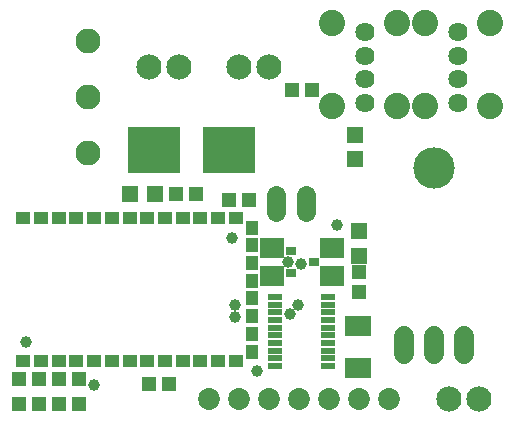
<source format=gts>
G75*
G70*
%OFA0B0*%
%FSLAX24Y24*%
%IPPOS*%
%LPD*%
%AMOC8*
5,1,8,0,0,1.08239X$1,22.5*
%
%ADD10C,0.0840*%
%ADD11C,0.0730*%
%ADD12C,0.0680*%
%ADD13C,0.1380*%
%ADD14R,0.0552X0.0552*%
%ADD15R,0.0513X0.0474*%
%ADD16R,0.0474X0.0513*%
%ADD17R,0.0434X0.0474*%
%ADD18R,0.0474X0.0434*%
%ADD19C,0.0640*%
%ADD20R,0.0474X0.0198*%
%ADD21C,0.0875*%
%ADD22C,0.0640*%
%ADD23R,0.0356X0.0316*%
%ADD24R,0.0789X0.0690*%
%ADD25R,0.1749X0.1580*%
%ADD26R,0.0907X0.0671*%
%ADD27C,0.0830*%
%ADD28C,0.0390*%
D10*
X017970Y005075D03*
X018970Y005075D03*
X011970Y016155D03*
X010970Y016155D03*
X008970Y016155D03*
X007970Y016155D03*
D11*
X009970Y005075D03*
X010970Y005075D03*
X011970Y005075D03*
X012970Y005075D03*
X013970Y005075D03*
X014970Y005075D03*
X015970Y005075D03*
D12*
X016450Y006585D02*
X016450Y007185D01*
X017450Y007185D02*
X017450Y006585D01*
X018450Y006585D02*
X018450Y007185D01*
D13*
X017450Y012785D03*
D14*
X014820Y013072D03*
X014820Y013898D03*
X014960Y010688D03*
X014960Y009862D03*
X008163Y011925D03*
X007337Y011925D03*
D15*
X014960Y009330D03*
X014960Y008660D03*
D16*
X003635Y004935D03*
X004305Y004935D03*
X004955Y004935D03*
X005625Y004935D03*
X005625Y005745D03*
X004955Y005745D03*
X004305Y005745D03*
X003635Y005745D03*
X007945Y005585D03*
X008615Y005585D03*
X010625Y011735D03*
X011295Y011735D03*
X009525Y011925D03*
X008855Y011925D03*
X012715Y015395D03*
X013385Y015395D03*
D17*
X011378Y010800D03*
X011378Y010209D03*
X011378Y009619D03*
X011378Y009028D03*
X011378Y008438D03*
X011378Y007847D03*
X011378Y007256D03*
X011378Y006666D03*
D18*
X010851Y006343D03*
X010260Y006343D03*
X009669Y006343D03*
X009079Y006343D03*
X008488Y006343D03*
X007898Y006343D03*
X007307Y006343D03*
X006717Y006343D03*
X006126Y006343D03*
X005536Y006343D03*
X004945Y006343D03*
X004354Y006343D03*
X003764Y006343D03*
X003764Y011107D03*
X004354Y011107D03*
X004945Y011107D03*
X005536Y011107D03*
X006126Y011107D03*
X006717Y011107D03*
X007307Y011107D03*
X007898Y011107D03*
X008488Y011107D03*
X009079Y011107D03*
X009669Y011107D03*
X010260Y011107D03*
X010851Y011107D03*
D19*
X012180Y011325D02*
X012180Y011885D01*
X013180Y011885D02*
X013180Y011325D01*
D20*
X013922Y008485D03*
X013922Y008229D03*
X013922Y007973D03*
X013922Y007717D03*
X013922Y007461D03*
X013922Y007205D03*
X013922Y006950D03*
X013922Y006694D03*
X013922Y006438D03*
X013922Y006182D03*
X012170Y006182D03*
X012170Y006438D03*
X012170Y006694D03*
X012170Y006950D03*
X012170Y007205D03*
X012170Y007461D03*
X012170Y007717D03*
X012170Y007973D03*
X012170Y008229D03*
X012170Y008485D03*
D21*
X014070Y014855D03*
X016210Y014855D03*
X017170Y014855D03*
X019310Y014855D03*
X019310Y017615D03*
X017170Y017615D03*
X016210Y017615D03*
X014070Y017615D03*
D22*
X015140Y017325D03*
X015140Y016535D03*
X015140Y015745D03*
X015140Y014955D03*
X018240Y014955D03*
X018240Y015745D03*
X018240Y016535D03*
X018240Y017325D03*
D23*
X012676Y010019D03*
X012676Y009271D03*
X013464Y009645D03*
D24*
X014050Y009182D03*
X014050Y010108D03*
X012070Y010108D03*
X012070Y009182D03*
D25*
X010622Y013395D03*
X008110Y013395D03*
D26*
X014920Y007534D03*
X014920Y006116D03*
D27*
X005920Y013295D03*
X005920Y015165D03*
X005920Y017035D03*
D28*
X010720Y010455D03*
X012580Y009645D03*
X013030Y009585D03*
X012910Y008235D03*
X012640Y007935D03*
X010810Y007815D03*
X010810Y008235D03*
X011560Y006015D03*
X006130Y005565D03*
X003850Y006975D03*
X014230Y010875D03*
M02*

</source>
